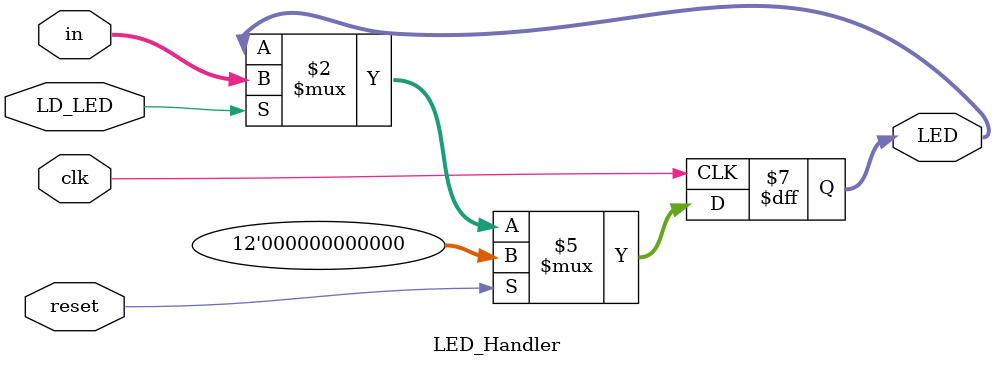
<source format=sv>
module LED_Handler
(
	input logic [11:0] in,
	input logic clk,
	input logic reset,
	input logic LD_LED,
	
	output logic [11:0] LED
);

	always_ff @ (posedge clk) begin
	
	if(reset)
		LED <= 12'h000;
	else if (LD_LED)
		LED <= in;
	
	end

endmodule 
</source>
